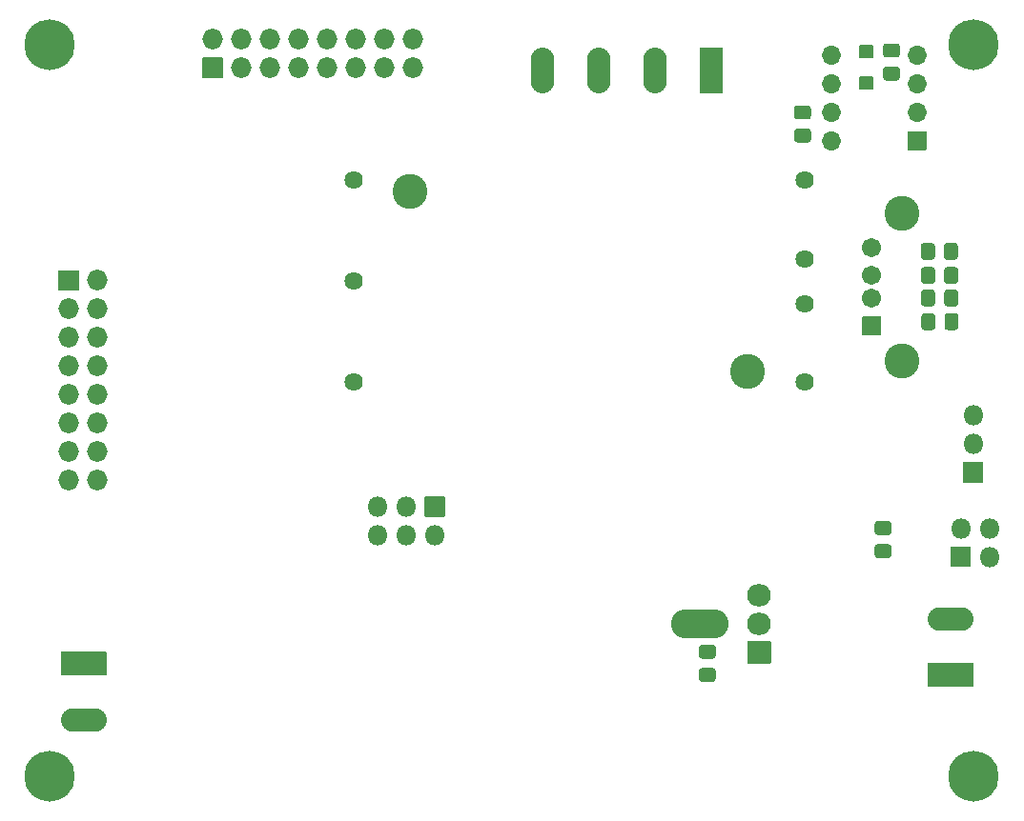
<source format=gbr>
G04 #@! TF.GenerationSoftware,KiCad,Pcbnew,(5.99.0-1662-g9db296991)*
G04 #@! TF.CreationDate,2020-05-23T19:33:29+05:30*
G04 #@! TF.ProjectId,Locker1,4c6f636b-6572-4312-9e6b-696361645f70,rev?*
G04 #@! TF.SameCoordinates,Original*
G04 #@! TF.FileFunction,Soldermask,Bot*
G04 #@! TF.FilePolarity,Negative*
%FSLAX46Y46*%
G04 Gerber Fmt 4.6, Leading zero omitted, Abs format (unit mm)*
G04 Created by KiCad (PCBNEW (5.99.0-1662-g9db296991)) date 2020-05-23 19:33:29*
%MOMM*%
%LPD*%
G01*
G04 APERTURE LIST*
%ADD10O,1.802000X1.802000*%
%ADD11O,1.702000X1.702000*%
%ADD12C,1.626000*%
%ADD13C,3.102000*%
%ADD14O,5.102000X2.602000*%
%ADD15C,1.702000*%
%ADD16O,2.082000X4.062000*%
%ADD17O,1.829200X1.829200*%
%ADD18O,4.062000X2.082000*%
%ADD19C,4.502000*%
%ADD20C,0.802000*%
%ADD21O,2.102000X2.007000*%
G04 APERTURE END LIST*
D10*
X45120000Y-59590000D03*
X45120000Y-57050000D03*
X47660000Y-59590000D03*
X47660000Y-57050000D03*
X50200000Y-59590000D03*
G36*
G01*
X49350000Y-56149000D02*
X51050000Y-56149000D01*
G75*
G02*
X51101000Y-56200000I0J-51000D01*
G01*
X51101000Y-57900000D01*
G75*
G02*
X51050000Y-57951000I-51000J0D01*
G01*
X49350000Y-57951000D01*
G75*
G02*
X49299000Y-57900000I0J51000D01*
G01*
X49299000Y-56200000D01*
G75*
G02*
X49350000Y-56149000I51000J0D01*
G01*
G37*
D11*
X85380000Y-24500000D03*
X93000000Y-16880000D03*
X85380000Y-21960000D03*
X93000000Y-19420000D03*
X85380000Y-19420000D03*
X93000000Y-21960000D03*
X85380000Y-16880000D03*
G36*
G01*
X93851000Y-23700000D02*
X93851000Y-25300000D01*
G75*
G02*
X93800000Y-25351000I-51000J0D01*
G01*
X92200000Y-25351000D01*
G75*
G02*
X92149000Y-25300000I0J51000D01*
G01*
X92149000Y-23700000D01*
G75*
G02*
X92200000Y-23649000I51000J0D01*
G01*
X93800000Y-23649000D01*
G75*
G02*
X93851000Y-23700000I0J-51000D01*
G01*
G37*
D12*
X43000000Y-28000000D03*
X43000000Y-46000000D03*
D13*
X48000000Y-29000000D03*
D12*
X43000000Y-37000000D03*
X83000000Y-46000000D03*
D13*
X78000000Y-45000000D03*
D12*
X83000000Y-35000000D03*
X83000000Y-28000000D03*
X83000000Y-39000000D03*
D14*
X73750000Y-67500000D03*
D15*
X89000000Y-34000000D03*
X89000000Y-36500000D03*
X89000000Y-38500000D03*
G36*
G01*
X89800000Y-41851000D02*
X88200000Y-41851000D01*
G75*
G02*
X88149000Y-41800000I0J51000D01*
G01*
X88149000Y-40200000D01*
G75*
G02*
X88200000Y-40149000I51000J0D01*
G01*
X89800000Y-40149000D01*
G75*
G02*
X89851000Y-40200000I0J-51000D01*
G01*
X89851000Y-41800000D01*
G75*
G02*
X89800000Y-41851000I-51000J0D01*
G01*
G37*
D13*
X91710000Y-44070000D03*
X91710000Y-30930000D03*
D16*
X64750000Y-18250000D03*
X59750000Y-18250000D03*
X69750000Y-18250000D03*
G36*
G01*
X75791000Y-16270000D02*
X75791000Y-20230000D01*
G75*
G02*
X75740000Y-20281000I-51000J0D01*
G01*
X73760000Y-20281000D01*
G75*
G02*
X73709000Y-20230000I0J51000D01*
G01*
X73709000Y-16270000D01*
G75*
G02*
X73760000Y-16219000I51000J0D01*
G01*
X75740000Y-16219000D01*
G75*
G02*
X75791000Y-16270000I0J-51000D01*
G01*
G37*
G36*
G01*
X16785400Y-37793600D02*
X16785400Y-36066400D01*
G75*
G02*
X16836400Y-36015400I51000J0D01*
G01*
X18563600Y-36015400D01*
G75*
G02*
X18614600Y-36066400I0J-51000D01*
G01*
X18614600Y-37793600D01*
G75*
G02*
X18563600Y-37844600I-51000J0D01*
G01*
X16836400Y-37844600D01*
G75*
G02*
X16785400Y-37793600I0J51000D01*
G01*
G37*
D17*
X20240000Y-36930000D03*
X17700000Y-39470000D03*
X20240000Y-39470000D03*
X17700000Y-42010000D03*
X20240000Y-42010000D03*
X17700000Y-44550000D03*
X20240000Y-44550000D03*
X17700000Y-47090000D03*
X20240000Y-47090000D03*
X17700000Y-49630000D03*
X20240000Y-49630000D03*
X17700000Y-52170000D03*
X20240000Y-52170000D03*
X17700000Y-54710000D03*
X20240000Y-54710000D03*
D10*
X98000000Y-48920000D03*
X98000000Y-51460000D03*
G36*
G01*
X98901000Y-53150000D02*
X98901000Y-54850000D01*
G75*
G02*
X98850000Y-54901000I-51000J0D01*
G01*
X97150000Y-54901000D01*
G75*
G02*
X97099000Y-54850000I0J51000D01*
G01*
X97099000Y-53150000D01*
G75*
G02*
X97150000Y-53099000I51000J0D01*
G01*
X98850000Y-53099000D01*
G75*
G02*
X98901000Y-53150000I0J-51000D01*
G01*
G37*
G36*
G01*
X31333600Y-18944600D02*
X29606400Y-18944600D01*
G75*
G02*
X29555400Y-18893600I0J51000D01*
G01*
X29555400Y-17166400D01*
G75*
G02*
X29606400Y-17115400I51000J0D01*
G01*
X31333600Y-17115400D01*
G75*
G02*
X31384600Y-17166400I0J-51000D01*
G01*
X31384600Y-18893600D01*
G75*
G02*
X31333600Y-18944600I-51000J0D01*
G01*
G37*
D17*
X30470000Y-15490000D03*
X33010000Y-18030000D03*
X33010000Y-15490000D03*
X35550000Y-18030000D03*
X35550000Y-15490000D03*
X38090000Y-18030000D03*
X38090000Y-15490000D03*
X40630000Y-18030000D03*
X40630000Y-15490000D03*
X43170000Y-18030000D03*
X43170000Y-15490000D03*
X45710000Y-18030000D03*
X45710000Y-15490000D03*
X48250000Y-18030000D03*
X48250000Y-15490000D03*
D18*
X96000000Y-67000000D03*
G36*
G01*
X97980000Y-73041000D02*
X94020000Y-73041000D01*
G75*
G02*
X93969000Y-72990000I0J51000D01*
G01*
X93969000Y-71010000D01*
G75*
G02*
X94020000Y-70959000I51000J0D01*
G01*
X97980000Y-70959000D01*
G75*
G02*
X98031000Y-71010000I0J-51000D01*
G01*
X98031000Y-72990000D01*
G75*
G02*
X97980000Y-73041000I-51000J0D01*
G01*
G37*
X19000000Y-76000000D03*
G36*
G01*
X17020000Y-69959000D02*
X20980000Y-69959000D01*
G75*
G02*
X21031000Y-70010000I0J-51000D01*
G01*
X21031000Y-71990000D01*
G75*
G02*
X20980000Y-72041000I-51000J0D01*
G01*
X17020000Y-72041000D01*
G75*
G02*
X16969000Y-71990000I0J51000D01*
G01*
X16969000Y-70010000D01*
G75*
G02*
X17020000Y-69959000I51000J0D01*
G01*
G37*
G36*
G01*
X73921172Y-71374000D02*
X74878828Y-71374000D01*
G75*
G02*
X75151000Y-71646172I0J-272172D01*
G01*
X75151000Y-72353828D01*
G75*
G02*
X74878828Y-72626000I-272172J0D01*
G01*
X73921172Y-72626000D01*
G75*
G02*
X73649000Y-72353828I0J272172D01*
G01*
X73649000Y-71646172D01*
G75*
G02*
X73921172Y-71374000I272172J0D01*
G01*
G37*
G36*
G01*
X73921172Y-69324000D02*
X74878828Y-69324000D01*
G75*
G02*
X75151000Y-69596172I0J-272172D01*
G01*
X75151000Y-70303828D01*
G75*
G02*
X74878828Y-70576000I-272172J0D01*
G01*
X73921172Y-70576000D01*
G75*
G02*
X73649000Y-70303828I0J272172D01*
G01*
X73649000Y-69596172D01*
G75*
G02*
X73921172Y-69324000I272172J0D01*
G01*
G37*
G36*
G01*
X94626000Y-38021172D02*
X94626000Y-38978828D01*
G75*
G02*
X94353828Y-39251000I-272172J0D01*
G01*
X93646172Y-39251000D01*
G75*
G02*
X93374000Y-38978828I0J272172D01*
G01*
X93374000Y-38021172D01*
G75*
G02*
X93646172Y-37749000I272172J0D01*
G01*
X94353828Y-37749000D01*
G75*
G02*
X94626000Y-38021172I0J-272172D01*
G01*
G37*
G36*
G01*
X96676000Y-38021172D02*
X96676000Y-38978828D01*
G75*
G02*
X96403828Y-39251000I-272172J0D01*
G01*
X95696172Y-39251000D01*
G75*
G02*
X95424000Y-38978828I0J272172D01*
G01*
X95424000Y-38021172D01*
G75*
G02*
X95696172Y-37749000I272172J0D01*
G01*
X96403828Y-37749000D01*
G75*
G02*
X96676000Y-38021172I0J-272172D01*
G01*
G37*
G36*
G01*
X95449000Y-41078828D02*
X95449000Y-40121172D01*
G75*
G02*
X95721172Y-39849000I272172J0D01*
G01*
X96428828Y-39849000D01*
G75*
G02*
X96701000Y-40121172I0J-272172D01*
G01*
X96701000Y-41078828D01*
G75*
G02*
X96428828Y-41351000I-272172J0D01*
G01*
X95721172Y-41351000D01*
G75*
G02*
X95449000Y-41078828I0J272172D01*
G01*
G37*
G36*
G01*
X93399000Y-41078828D02*
X93399000Y-40121172D01*
G75*
G02*
X93671172Y-39849000I272172J0D01*
G01*
X94378828Y-39849000D01*
G75*
G02*
X94651000Y-40121172I0J-272172D01*
G01*
X94651000Y-41078828D01*
G75*
G02*
X94378828Y-41351000I-272172J0D01*
G01*
X93671172Y-41351000D01*
G75*
G02*
X93399000Y-41078828I0J272172D01*
G01*
G37*
G36*
G01*
X94626000Y-36021172D02*
X94626000Y-36978828D01*
G75*
G02*
X94353828Y-37251000I-272172J0D01*
G01*
X93646172Y-37251000D01*
G75*
G02*
X93374000Y-36978828I0J272172D01*
G01*
X93374000Y-36021172D01*
G75*
G02*
X93646172Y-35749000I272172J0D01*
G01*
X94353828Y-35749000D01*
G75*
G02*
X94626000Y-36021172I0J-272172D01*
G01*
G37*
G36*
G01*
X96676000Y-36021172D02*
X96676000Y-36978828D01*
G75*
G02*
X96403828Y-37251000I-272172J0D01*
G01*
X95696172Y-37251000D01*
G75*
G02*
X95424000Y-36978828I0J272172D01*
G01*
X95424000Y-36021172D01*
G75*
G02*
X95696172Y-35749000I272172J0D01*
G01*
X96403828Y-35749000D01*
G75*
G02*
X96676000Y-36021172I0J-272172D01*
G01*
G37*
G36*
G01*
X95399000Y-34828828D02*
X95399000Y-33871172D01*
G75*
G02*
X95671172Y-33599000I272172J0D01*
G01*
X96378828Y-33599000D01*
G75*
G02*
X96651000Y-33871172I0J-272172D01*
G01*
X96651000Y-34828828D01*
G75*
G02*
X96378828Y-35101000I-272172J0D01*
G01*
X95671172Y-35101000D01*
G75*
G02*
X95399000Y-34828828I0J272172D01*
G01*
G37*
G36*
G01*
X93349000Y-34828828D02*
X93349000Y-33871172D01*
G75*
G02*
X93621172Y-33599000I272172J0D01*
G01*
X94328828Y-33599000D01*
G75*
G02*
X94601000Y-33871172I0J-272172D01*
G01*
X94601000Y-34828828D01*
G75*
G02*
X94328828Y-35101000I-272172J0D01*
G01*
X93621172Y-35101000D01*
G75*
G02*
X93349000Y-34828828I0J272172D01*
G01*
G37*
D10*
X99440000Y-58960000D03*
X99440000Y-61500000D03*
X96900000Y-58960000D03*
G36*
G01*
X97750000Y-62401000D02*
X96050000Y-62401000D01*
G75*
G02*
X95999000Y-62350000I0J51000D01*
G01*
X95999000Y-60650000D01*
G75*
G02*
X96050000Y-60599000I51000J0D01*
G01*
X97750000Y-60599000D01*
G75*
G02*
X97801000Y-60650000I0J-51000D01*
G01*
X97801000Y-62350000D01*
G75*
G02*
X97750000Y-62401000I-51000J0D01*
G01*
G37*
G36*
G01*
X90271172Y-17924000D02*
X91228828Y-17924000D01*
G75*
G02*
X91501000Y-18196172I0J-272172D01*
G01*
X91501000Y-18903828D01*
G75*
G02*
X91228828Y-19176000I-272172J0D01*
G01*
X90271172Y-19176000D01*
G75*
G02*
X89999000Y-18903828I0J272172D01*
G01*
X89999000Y-18196172D01*
G75*
G02*
X90271172Y-17924000I272172J0D01*
G01*
G37*
G36*
G01*
X90271172Y-15874000D02*
X91228828Y-15874000D01*
G75*
G02*
X91501000Y-16146172I0J-272172D01*
G01*
X91501000Y-16853828D01*
G75*
G02*
X91228828Y-17126000I-272172J0D01*
G01*
X90271172Y-17126000D01*
G75*
G02*
X89999000Y-16853828I0J272172D01*
G01*
X89999000Y-16146172D01*
G75*
G02*
X90271172Y-15874000I272172J0D01*
G01*
G37*
G36*
G01*
X87950000Y-18799000D02*
X89050000Y-18799000D01*
G75*
G02*
X89101000Y-18850000I0J-51000D01*
G01*
X89101000Y-19950000D01*
G75*
G02*
X89050000Y-20001000I-51000J0D01*
G01*
X87950000Y-20001000D01*
G75*
G02*
X87899000Y-19950000I0J51000D01*
G01*
X87899000Y-18850000D01*
G75*
G02*
X87950000Y-18799000I51000J0D01*
G01*
G37*
G36*
G01*
X87950000Y-15999000D02*
X89050000Y-15999000D01*
G75*
G02*
X89101000Y-16050000I0J-51000D01*
G01*
X89101000Y-17150000D01*
G75*
G02*
X89050000Y-17201000I-51000J0D01*
G01*
X87950000Y-17201000D01*
G75*
G02*
X87899000Y-17150000I0J51000D01*
G01*
X87899000Y-16050000D01*
G75*
G02*
X87950000Y-15999000I51000J0D01*
G01*
G37*
D19*
X98000000Y-16000000D03*
D20*
X99650000Y-16000000D03*
X99166726Y-17166726D03*
X98000000Y-17650000D03*
X96833274Y-17166726D03*
X96350000Y-16000000D03*
X96833274Y-14833274D03*
X98000000Y-14350000D03*
X99166726Y-14833274D03*
D19*
X16000000Y-81000000D03*
D20*
X17650000Y-81000000D03*
X17166726Y-82166726D03*
X16000000Y-82650000D03*
X14833274Y-82166726D03*
X14350000Y-81000000D03*
X14833274Y-79833274D03*
X16000000Y-79350000D03*
X17166726Y-79833274D03*
D19*
X98000000Y-81000000D03*
D20*
X99650000Y-81000000D03*
X99166726Y-82166726D03*
X98000000Y-82650000D03*
X96833274Y-82166726D03*
X96350000Y-81000000D03*
X96833274Y-79833274D03*
X98000000Y-79350000D03*
X99166726Y-79833274D03*
D19*
X16000000Y-16000000D03*
D20*
X17650000Y-16000000D03*
X17166726Y-17166726D03*
X16000000Y-17650000D03*
X14833274Y-17166726D03*
X14350000Y-16000000D03*
X14833274Y-14833274D03*
X16000000Y-14350000D03*
X17166726Y-14833274D03*
G36*
G01*
X90478828Y-59576000D02*
X89521172Y-59576000D01*
G75*
G02*
X89249000Y-59303828I0J272172D01*
G01*
X89249000Y-58596172D01*
G75*
G02*
X89521172Y-58324000I272172J0D01*
G01*
X90478828Y-58324000D01*
G75*
G02*
X90751000Y-58596172I0J-272172D01*
G01*
X90751000Y-59303828D01*
G75*
G02*
X90478828Y-59576000I-272172J0D01*
G01*
G37*
G36*
G01*
X90478828Y-61626000D02*
X89521172Y-61626000D01*
G75*
G02*
X89249000Y-61353828I0J272172D01*
G01*
X89249000Y-60646172D01*
G75*
G02*
X89521172Y-60374000I272172J0D01*
G01*
X90478828Y-60374000D01*
G75*
G02*
X90751000Y-60646172I0J-272172D01*
G01*
X90751000Y-61353828D01*
G75*
G02*
X90478828Y-61626000I-272172J0D01*
G01*
G37*
D21*
X79000000Y-64920000D03*
X79000000Y-67460000D03*
G36*
G01*
X80000000Y-71003500D02*
X78000000Y-71003500D01*
G75*
G02*
X77949000Y-70952500I0J51000D01*
G01*
X77949000Y-69047500D01*
G75*
G02*
X78000000Y-68996500I51000J0D01*
G01*
X80000000Y-68996500D01*
G75*
G02*
X80051000Y-69047500I0J-51000D01*
G01*
X80051000Y-70952500D01*
G75*
G02*
X80000000Y-71003500I-51000J0D01*
G01*
G37*
G36*
G01*
X83328828Y-22626000D02*
X82371172Y-22626000D01*
G75*
G02*
X82099000Y-22353828I0J272172D01*
G01*
X82099000Y-21646172D01*
G75*
G02*
X82371172Y-21374000I272172J0D01*
G01*
X83328828Y-21374000D01*
G75*
G02*
X83601000Y-21646172I0J-272172D01*
G01*
X83601000Y-22353828D01*
G75*
G02*
X83328828Y-22626000I-272172J0D01*
G01*
G37*
G36*
G01*
X83328828Y-24676000D02*
X82371172Y-24676000D01*
G75*
G02*
X82099000Y-24403828I0J272172D01*
G01*
X82099000Y-23696172D01*
G75*
G02*
X82371172Y-23424000I272172J0D01*
G01*
X83328828Y-23424000D01*
G75*
G02*
X83601000Y-23696172I0J-272172D01*
G01*
X83601000Y-24403828D01*
G75*
G02*
X83328828Y-24676000I-272172J0D01*
G01*
G37*
M02*

</source>
